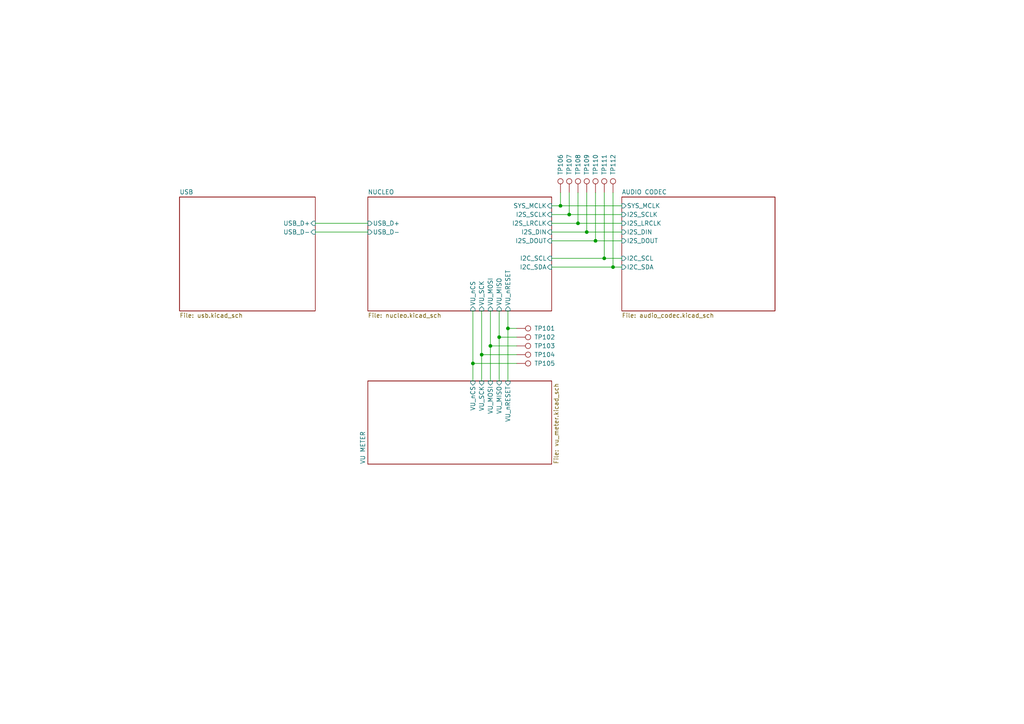
<source format=kicad_sch>
(kicad_sch (version 20230121) (generator eeschema)
  (paper "A4")
  (lib_symbols
    (symbol "Connector:TestPoint" (pin_numbers hide) (pin_names (offset 0.762) hide)
      (property "Reference" "TP" (at 0 6.858 0))
      (property "Value" "TestPoint" (at 0 5.08 0))
      (symbol "TestPoint_0_1"
        (circle (center 0 3.302) (radius 0.762))
      )
      (symbol "TestPoint_1_1"
        (pin passive line (at 0 0 90) (length 2.54) (name "1") (number "1"))
      )
    )
  )
  (junction (at 170.18 67.31))
  (junction (at 165.1 62.23))
  (junction (at 177.8 77.47))
  (junction (at 175.26 74.93))
  (junction (at 144.78 97.79))
  (junction (at 139.7 102.87))
  (junction (at 142.24 100.33))
  (junction (at 167.64 64.77))
  (junction (at 137.16 105.41))
  (junction (at 162.56 59.69))
  (junction (at 172.72 69.85))
  (junction (at 147.32 95.25))
  (wire (pts (xy 162.56 55.88) (xy 162.56 59.69)))
  (wire (pts (xy 177.8 55.88) (xy 177.8 77.47)))
  (wire (pts (xy 170.18 55.88) (xy 170.18 67.31)))
  (wire (pts (xy 165.1 55.88) (xy 165.1 62.23)))
  (wire (pts (xy 165.1 62.23) (xy 180.34 62.23)))
  (wire (pts (xy 170.18 67.31) (xy 180.34 67.31)))
  (wire (pts (xy 172.72 55.88) (xy 172.72 69.85)))
  (wire (pts (xy 137.16 90.17) (xy 137.16 105.41)))
  (wire (pts (xy 139.7 90.17) (xy 139.7 102.87)))
  (wire (pts (xy 160.02 62.23) (xy 165.1 62.23)))
  (wire (pts (xy 147.32 95.25) (xy 147.32 110.49)))
  (wire (pts (xy 142.24 100.33) (xy 149.86 100.33)))
  (wire (pts (xy 177.8 77.47) (xy 180.34 77.47)))
  (wire (pts (xy 160.02 77.47) (xy 177.8 77.47)))
  (wire (pts (xy 172.72 69.85) (xy 180.34 69.85)))
  (wire (pts (xy 137.16 105.41) (xy 137.16 110.49)))
  (wire (pts (xy 160.02 64.77) (xy 167.64 64.77)))
  (wire (pts (xy 175.26 55.88) (xy 175.26 74.93)))
  (wire (pts (xy 160.02 59.69) (xy 162.56 59.69)))
  (wire (pts (xy 144.78 90.17) (xy 144.78 97.79)))
  (wire (pts (xy 142.24 100.33) (xy 142.24 110.49)))
  (wire (pts (xy 167.64 64.77) (xy 180.34 64.77)))
  (wire (pts (xy 162.56 59.69) (xy 180.34 59.69)))
  (wire (pts (xy 139.7 102.87) (xy 149.86 102.87)))
  (wire (pts (xy 91.44 67.31) (xy 106.68 67.31)))
  (wire (pts (xy 175.26 74.93) (xy 180.34 74.93)))
  (wire (pts (xy 147.32 95.25) (xy 149.86 95.25)))
  (wire (pts (xy 160.02 67.31) (xy 170.18 67.31)))
  (wire (pts (xy 160.02 69.85) (xy 172.72 69.85)))
  (wire (pts (xy 91.44 64.77) (xy 106.68 64.77)))
  (wire (pts (xy 139.7 102.87) (xy 139.7 110.49)))
  (wire (pts (xy 142.24 90.17) (xy 142.24 100.33)))
  (wire (pts (xy 137.16 105.41) (xy 149.86 105.41)))
  (wire (pts (xy 160.02 74.93) (xy 175.26 74.93)))
  (wire (pts (xy 144.78 97.79) (xy 149.86 97.79)))
  (wire (pts (xy 147.32 90.17) (xy 147.32 95.25)))
  (wire (pts (xy 144.78 97.79) (xy 144.78 110.49)))
  (wire (pts (xy 167.64 55.88) (xy 167.64 64.77)))
  (symbol (lib_id "Connector:TestPoint") (at 177.8 55.88 0) (unit 1)
    (property "Reference" "TP112" (at 177.8 50.8 90) (effects (justify left)))
    (property "Value" "SDA" (effects hide))
    (property "Footprint" "Connector_Pin:Pin_D1.1mm_L8.5mm_W2.5mm_FlatFork" (effects hide))
  )
  (symbol (lib_id "Connector:TestPoint") (at 162.56 55.88 0) (unit 1)
    (property "Reference" "TP106" (at 162.56 50.8 90) (effects (justify left)))
    (property "Value" "MCLK" (effects hide))
    (property "Footprint" "Connector_Pin:Pin_D1.1mm_L8.5mm_W2.5mm_FlatFork" (effects hide))
  )
  (symbol (lib_id "Connector:TestPoint") (at 175.26 55.88 0) (unit 1)
    (property "Reference" "TP111" (at 175.26 50.8 90) (effects (justify left)))
    (property "Value" "SCL" (effects hide))
    (property "Footprint" "Connector_Pin:Pin_D1.1mm_L8.5mm_W2.5mm_FlatFork" (effects hide))
  )
  (symbol (lib_id "Connector:TestPoint") (at 170.18 55.88 0) (unit 1)
    (property "Reference" "TP109" (at 170.18 50.8 90) (effects (justify left)))
    (property "Value" "DIN" (effects hide))
    (property "Footprint" "Connector_Pin:Pin_D1.1mm_L8.5mm_W2.5mm_FlatFork" (effects hide))
  )
  (symbol (lib_id "Connector:TestPoint") (at 149.86 97.79 270) (unit 1)
    (property "Reference" "TP102" (at 154.94 97.79 90) (effects (justify left)))
    (property "Value" "MISO" (effects hide))
    (property "Footprint" "Connector_Pin:Pin_D1.1mm_L8.5mm_W2.5mm_FlatFork" (effects hide))
  )
  (symbol (lib_id "Connector:TestPoint") (at 149.86 105.41 270) (unit 1)
    (property "Reference" "TP105" (at 154.94 105.41 90) (effects (justify left)))
    (property "Value" "nCS" (effects hide))
    (property "Footprint" "Connector_Pin:Pin_D1.1mm_L8.5mm_W2.5mm_FlatFork" (effects hide))
  )
  (symbol (lib_id "Connector:TestPoint") (at 149.86 100.33 270) (unit 1)
    (property "Reference" "TP103" (at 154.94 100.33 90) (effects (justify left)))
    (property "Value" "MOSI" (effects hide))
    (property "Footprint" "Connector_Pin:Pin_D1.1mm_L8.5mm_W2.5mm_FlatFork" (effects hide))
  )
  (symbol (lib_id "Connector:TestPoint") (at 149.86 102.87 270) (unit 1)
    (property "Reference" "TP104" (at 154.94 102.87 90) (effects (justify left)))
    (property "Value" "SCK" (effects hide))
    (property "Footprint" "Connector_Pin:Pin_D1.1mm_L8.5mm_W2.5mm_FlatFork" (effects hide))
  )
  (symbol (lib_id "Connector:TestPoint") (at 167.64 55.88 0) (unit 1)
    (property "Reference" "TP108" (at 167.64 50.8 90) (effects (justify left)))
    (property "Value" "LRCLK" (effects hide))
    (property "Footprint" "Connector_Pin:Pin_D1.1mm_L8.5mm_W2.5mm_FlatFork" (effects hide))
  )
  (symbol (lib_id "Connector:TestPoint") (at 149.86 95.25 270) (unit 1)
    (property "Reference" "TP101" (at 154.94 95.25 90) (effects (justify left)))
    (property "Value" "nRESET" (effects hide))
    (property "Footprint" "Connector_Pin:Pin_D1.1mm_L8.5mm_W2.5mm_FlatFork" (effects hide))
  )
  (symbol (lib_id "Connector:TestPoint") (at 172.72 55.88 0) (unit 1)
    (property "Reference" "TP110" (at 172.72 50.8 90) (effects (justify left)))
    (property "Value" "DOUT" (effects hide))
    (property "Footprint" "Connector_Pin:Pin_D1.1mm_L8.5mm_W2.5mm_FlatFork" (effects hide))
  )
  (symbol (lib_id "Connector:TestPoint") (at 165.1 55.88 0) (unit 1)
    (property "Reference" "TP107" (at 165.1 50.8 90) (effects (justify left)))
    (property "Value" "SCLK" (effects hide))
    (property "Footprint" "Connector_Pin:Pin_D1.1mm_L8.5mm_W2.5mm_FlatFork" (effects hide))
  )
  (sheet (at 106.68 110.49) (size 53.34 24.13) (stroke (width 0.1524))
    (property "Sheetname" "VU METER" (at 105.9684 134.62 90) (effects (justify left bottom)))
    (property "Sheetfile" "vu_meter.kicad_sch" (at 160.6046 134.62 90) (effects (justify left top)))
    (pin "VU_MISO" input (at 144.78 110.49 90))
    (pin "VU_nCS" input (at 137.16 110.49 90))
    (pin "VU_SCK" input (at 139.7 110.49 90))
    (pin "VU_MOSI" input (at 142.24 110.49 90))
    (pin "VU_nRESET" input (at 147.32 110.49 90))
  )
  (sheet (at 180.34 57.15) (size 44.45 33.02) (stroke (width 0.1524))
    (property "Sheetname" "AUDIO CODEC" (at 180.34 56.4384 0) (effects (justify left bottom)))
    (property "Sheetfile" "audio_codec.kicad_sch" (at 180.34 90.7546 0) (effects (justify left top)))
    (pin "I2S_LRCLK" input (at 180.34 64.77 180))
    (pin "I2S_DOUT" input (at 180.34 69.85 180))
    (pin "I2S_SCLK" input (at 180.34 62.23 180))
    (pin "I2S_DIN" input (at 180.34 67.31 180))
    (pin "SYS_MCLK" input (at 180.34 59.69 180))
    (pin "I2C_SDA" input (at 180.34 77.47 180))
    (pin "I2C_SCL" input (at 180.34 74.93 180))
  )
  (sheet (at 106.68 57.15) (size 53.34 33.02) (stroke (width 0.1524))
    (property "Sheetname" "NUCLEO" (at 106.68 56.4384 0) (effects (justify left bottom)))
    (property "Sheetfile" "nucleo.kicad_sch" (at 106.68 90.7546 0) (effects (justify left top)))
    (pin "I2S_LRCLK" input (at 160.02 64.77 0))
    (pin "SYS_MCLK" input (at 160.02 59.69 0))
    (pin "I2S_DOUT" input (at 160.02 69.85 0))
    (pin "I2S_SCLK" input (at 160.02 62.23 0))
    (pin "I2S_DIN" input (at 160.02 67.31 0))
    (pin "I2C_SDA" input (at 160.02 77.47 0))
    (pin "USB_D+" input (at 106.68 64.77 180))
    (pin "USB_D-" input (at 106.68 67.31 180))
    (pin "I2C_SCL" input (at 160.02 74.93 0))
    (pin "VU_MOSI" input (at 142.24 90.17 270))
    (pin "VU_nCS" input (at 137.16 90.17 270))
    (pin "VU_MISO" input (at 144.78 90.17 270))
    (pin "VU_SCK" input (at 139.7 90.17 270))
    (pin "VU_nRESET" input (at 147.32 90.17 270))
  )
  (sheet (at 52.07 57.15) (size 39.37 33.02) (stroke (width 0.1524))
    (property "Sheetname" "USB" (at 52.07 56.4384 0) (effects (justify left bottom)))
    (property "Sheetfile" "usb.kicad_sch" (at 52.07 90.7546 0) (effects (justify left top)))
    (pin "USB_D+" input (at 91.44 64.77 0))
    (pin "USB_D-" input (at 91.44 67.31 0))
  )
)
</source>
